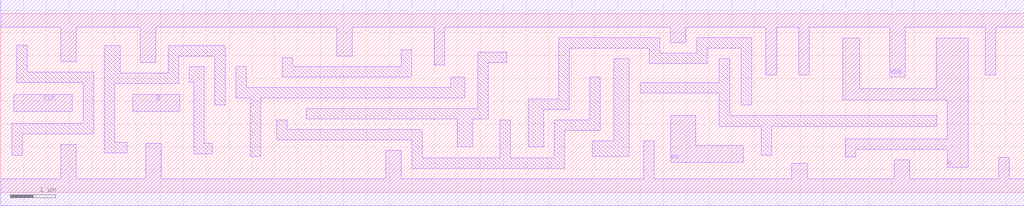
<source format=lef>
# Copyright 2022 GlobalFoundries PDK Authors
#
# Licensed under the Apache License, Version 2.0 (the "License");
# you may not use this file except in compliance with the License.
# You may obtain a copy of the License at
#
#      http://www.apache.org/licenses/LICENSE-2.0
#
# Unless required by applicable law or agreed to in writing, software
# distributed under the License is distributed on an "AS IS" BASIS,
# WITHOUT WARRANTIES OR CONDITIONS OF ANY KIND, either express or implied.
# See the License for the specific language governing permissions and
# limitations under the License.

MACRO gf180mcu_fd_sc_mcu7t5v0__dffrnq_4
  CLASS core ;
  FOREIGN gf180mcu_fd_sc_mcu7t5v0__dffrnq_4 0.0 0.0 ;
  ORIGIN 0 0 ;
  SYMMETRY X Y ;
  SITE GF018hv5v_mcu_sc7 ;
  SIZE 22.4 BY 3.92 ;
  PIN D
    DIRECTION INPUT ;
    ANTENNAGATEAREA 0.606 ;
    PORT
      LAYER METAL1 ;
        POLYGON 2.89 1.77 3.92 1.77 3.92 2.15 2.89 2.15  ;
    END
  END D
  PIN RN
    DIRECTION INPUT ;
    ANTENNAGATEAREA 1.4295 ;
    PORT
      LAYER METAL1 ;
        POLYGON 14.66 0.66 16.255 0.66 16.255 1.025 15.21 1.025 15.21 1.685 14.66 1.685  ;
    END
  END RN
  PIN CLK
    DIRECTION INPUT ;
    USE clock ;
    ANTENNAGATEAREA 0.6755 ;
    PORT
      LAYER METAL1 ;
        POLYGON 0.28 1.77 1.57 1.77 1.57 2.15 0.28 2.15  ;
    END
  END CLK
  PIN Q
    DIRECTION OUTPUT ;
    ANTENNADIFFAREA 2.1112 ;
    PORT
      LAYER METAL1 ;
        POLYGON 18.435 2.03 20.485 2.03 20.715 2.03 20.715 1.175 18.49 1.175 18.49 0.78 18.72 0.78 18.72 0.94 20.715 0.94 20.715 0.55 21.18 0.55 21.18 3.38 20.485 3.38 20.475 3.38 20.475 2.28 18.8 2.28 18.8 3.38 18.435 3.38  ;
    END
  END Q
  PIN VDD
    DIRECTION INOUT ;
    USE power ;
    SHAPE ABUTMENT ;
    PORT
      LAYER METAL1 ;
        POLYGON 0 3.62 1.31 3.62 1.31 2.865 1.65 2.865 1.65 3.62 2.035 3.62 3.05 3.62 3.05 2.845 3.39 2.845 3.39 3.62 4.915 3.62 7.35 3.62 7.35 2.99 7.69 2.99 7.69 3.62 8.995 3.62 9.485 3.62 9.485 2.79 9.715 2.79 9.715 3.62 10.155 3.62 11.08 3.62 14.655 3.62 14.655 3.28 14.995 3.28 14.995 3.62 16.44 3.62 16.75 3.62 16.75 2.57 16.985 2.57 16.985 3.62 17.465 3.62 17.465 2.57 17.7 2.57 17.7 3.62 19.455 3.62 19.455 2.53 19.795 2.53 19.795 3.62 20.485 3.62 21.55 3.62 21.55 2.57 21.78 2.57 21.78 3.62 22.4 3.62 22.4 4.22 20.485 4.22 16.44 4.22 11.08 4.22 10.155 4.22 8.995 4.22 4.915 4.22 2.035 4.22 0 4.22  ;
    END
  END VDD
  PIN VSS
    DIRECTION INOUT ;
    USE ground ;
    SHAPE ABUTMENT ;
    PORT
      LAYER METAL1 ;
        POLYGON 0 -0.3 22.4 -0.3 22.4 0.3 22.08 0.3 22.08 0.765 21.85 0.765 21.85 0.3 19.895 0.3 19.895 0.71 19.555 0.71 19.555 0.3 17.655 0.3 17.655 0.64 17.315 0.64 17.315 0.3 14.3 0.3 14.3 1.13 14.07 1.13 14.07 0.3 8.77 0.3 8.77 0.915 8.43 0.915 8.43 0.3 3.51 0.3 3.51 1.075 3.17 1.075 3.17 0.3 1.655 0.3 1.655 1.05 1.31 1.05 1.31 0.3 0 0.3  ;
    END
  END VSS
  OBS
      LAYER METAL1 ;
        POLYGON 0.345 2.405 1.805 2.405 1.805 1.51 0.245 1.51 0.245 0.81 0.475 0.81 0.475 1.28 2.035 1.28 2.035 2.635 0.575 2.635 0.575 3.225 0.345 3.225  ;
        POLYGON 4.125 2.42 4.225 2.42 4.225 0.845 4.63 0.845 4.63 1.075 4.455 1.075 4.455 2.76 4.125 2.76  ;
        POLYGON 2.495 2.385 3.895 2.385 3.895 2.99 4.685 2.99 4.685 1.91 4.915 1.91 4.915 3.22 3.665 3.22 3.665 2.615 2.615 2.615 2.615 3.215 2.265 3.215 2.265 0.865 2.77 0.865 2.77 1.095 2.495 1.095  ;
        POLYGON 6.165 2.53 8.995 2.53 8.995 3.13 8.765 3.13 8.765 2.76 6.395 2.76 6.395 2.955 6.165 2.955  ;
        POLYGON 5.145 2.07 5.465 2.07 5.465 0.79 5.695 0.79 5.695 2.07 10.155 2.07 10.155 2.525 9.855 2.525 9.855 2.3 5.375 2.3 5.375 2.76 5.145 2.76  ;
        POLYGON 6.69 1.61 9.99 1.61 9.99 1 10.33 1 10.33 1.61 10.67 1.61 10.67 2.845 11.08 2.845 11.08 3.075 10.44 3.075 10.44 1.84 6.69 1.84  ;
        POLYGON 6.045 1.15 9 1.15 9 0.53 12.35 0.53 12.35 1.36 13.12 1.36 13.12 2.525 12.89 2.525 12.89 1.59 12.12 1.59 12.12 0.76 11.155 0.76 11.155 1.59 10.925 1.59 10.925 0.76 9.23 0.76 9.23 1.38 6.275 1.38 6.275 1.59 6.045 1.59  ;
        POLYGON 12.95 0.79 13.755 0.79 13.755 2.93 13.415 2.93 13.415 1.13 12.95 1.13  ;
        POLYGON 11.55 1 11.89 1 11.89 1.82 12.44 1.82 12.44 3.16 14.195 3.16 14.195 2.82 15.465 2.82 15.465 3.16 16.21 3.16 16.21 1.91 16.44 1.91 16.44 3.39 15.235 3.39 15.235 3.05 14.425 3.05 14.425 3.39 12.21 3.39 12.21 2.05 11.55 2.05  ;
        POLYGON 13.995 2.175 15.73 2.175 15.73 1.45 16.65 1.45 16.65 0.81 16.88 0.81 16.88 1.45 20.485 1.45 20.485 1.68 15.96 1.68 15.96 2.93 15.73 2.93 15.73 2.405 13.995 2.405  ;
  END
END gf180mcu_fd_sc_mcu7t5v0__dffrnq_4

</source>
